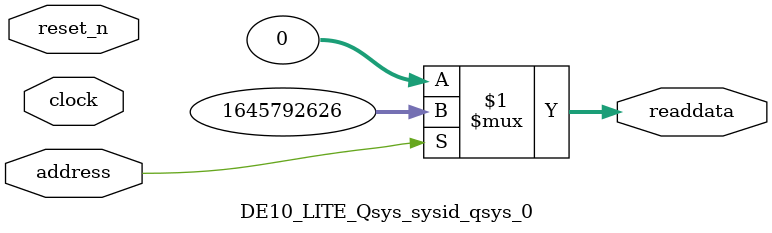
<source format=v>



// synthesis translate_off
`timescale 1ns / 1ps
// synthesis translate_on

// turn off superfluous verilog processor warnings 
// altera message_level Level1 
// altera message_off 10034 10035 10036 10037 10230 10240 10030 

module DE10_LITE_Qsys_sysid_qsys_0 (
               // inputs:
                address,
                clock,
                reset_n,

               // outputs:
                readdata
             )
;

  output  [ 31: 0] readdata;
  input            address;
  input            clock;
  input            reset_n;

  wire    [ 31: 0] readdata;
  //control_slave, which is an e_avalon_slave
  assign readdata = address ? 1645792626 : 0;

endmodule



</source>
